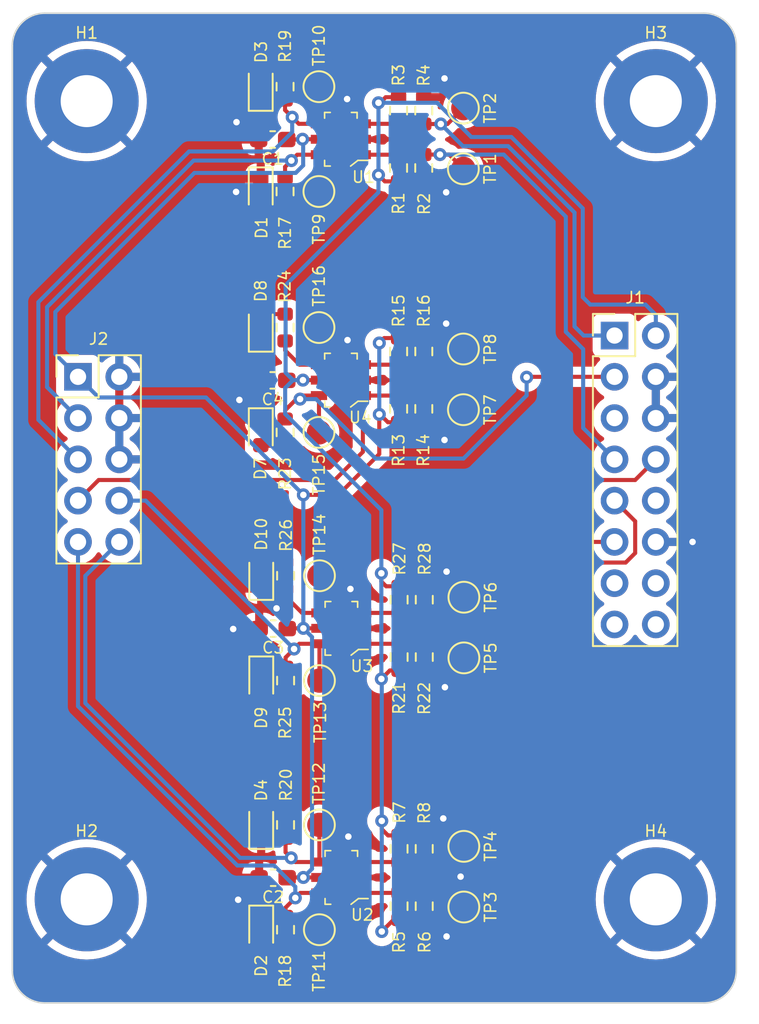
<source format=kicad_pcb>
(kicad_pcb (version 20221018) (generator pcbnew)
  (layers (0 "F.Cu" signal) (31 "B.Cu" signal) (34 "B.Paste" user) (35 "F.Paste" user) (36 "B.SilkS" user "B.Silkscreen") (37 "F.SilkS" user "F.Silkscreen") (38 "B.Mask" user) (39 "F.Mask" user) (44 "Edge.Cuts" user))
  (net 0 "")
  (net 1 "+3V3")
  (net 2 "GND")
  (net 3 "+5V")
  (net 4 "Net-(D1-A)")
  (net 5 "Net-(D2-A)")
  (net 6 "Net-(D3-A)")
  (net 7 "Net-(D4-A)")
  (net 8 "Net-(D7-A)")
  (net 9 "Net-(D8-A)")
  (net 10 "Net-(D9-A)")
  (net 11 "Net-(D10-A)")
  (net 12 "/CH2_5V")
  (net 13 "/CH7_5V")
  (net 15 "/CH1_5V")
  (net 16 "/CH5_5V")
  (net 17 "/CH3_5V")
  (net 19 "/CH4_5V")
  (net 24 "/CH1_3V3")
  (net 25 "/CH2_3V3")
  (net 26 "/CH7_3V3")
  (net 27 "/CH5_3V3")
  (net 28 "/CH3_3V3")
  (net 29 "/CH4_3V3")
  (net 30 "/CH8_3V3")
  (net 31 "/CH8_5V")
  (net 32 "/CH6_3V3")
  (net 33 "/CH6_5V")
  (footprint "LED_SMD:LED_0603_1608Metric" (layer "F.Cu") (at 133.7272 97.4496 -90)
    (fp_text reference "D7")
    (fp_text value "LED" hide)
  )
  (footprint "Resistor_SMD:R_0603_1608Metric" (layer "F.Cu") (at 135.255 112.7252 -90)
    (fp_text reference "R25")
    (fp_text value "1k" hide)
  )
  (footprint "digikey-footprints:SOT-23-6" (layer "F.Cu") (at 138.6548 79.4106 90)
    (fp_text reference "U1")
    (fp_text value "SN74LVC2G17DBVR" hide)
  )
  (footprint "LED_SMD:LED_0603_1608Metric" (layer "F.Cu") (at 133.7564 112.7252 -90)
    (fp_text reference "D9")
    (fp_text value "LED" hide)
  )
  (footprint "TestPoint:TestPoint_Pad_D1.5mm" (layer "F.Cu") (at 137.3048 82.6262 90)
    (fp_text reference "TP9")
    (fp_text value "TestPoint" hide)
  )
  (footprint "Resistor_SMD:R_0603_1608Metric" (layer "F.Cu") (at 143.7894 107.7468 90)
    (fp_text reference "R28")
    (fp_text value "10k" hide)
  )
  (footprint "TestPoint:TestPoint_Pad_D1.5mm" (layer "F.Cu") (at 146.224 122.9258 -90)
    (fp_text reference "TP4")
    (fp_text value "TestPoint" hide)
  )
  (footprint "Resistor_SMD:R_0603_1608Metric" (layer "F.Cu") (at 135.2512 128.0566 -90)
    (fp_text reference "R18")
    (fp_text value "1k" hide)
  )
  (footprint "TestPoint:TestPoint_Pad_D1.5mm" (layer "F.Cu") (at 137.334 121.605 90)
    (fp_text reference "TP12")
    (fp_text value "TestPoint" hide)
  )
  (footprint "TestPoint:TestPoint_Pad_D1.5mm" (layer "F.Cu") (at 146.1986 92.3188 -90)
    (fp_text reference "TP8")
    (fp_text value "TestPoint" hide)
  )
  (footprint "Capacitor_SMD:C_0603_1608Metric_Pad1.08x0.95mm_HandSolder" (layer "F.Cu") (at 134.4638 94.2492 180)
    (fp_text reference "C4")
    (fp_text value "0.1uF" hide)
  )
  (footprint "Resistor_SMD:R_0603_1608Metric" (layer "F.Cu") (at 135.2512 121.605 90)
    (fp_text reference "R20")
    (fp_text value "1k" hide)
  )
  (footprint "Resistor_SMD:R_0603_1608Metric" (layer "F.Cu") (at 142.207 77.6478 -90)
    (fp_text reference "R3")
    (fp_text value "10k" hide)
  )
  (footprint "Resistor_SMD:R_0603_1608Metric" (layer "F.Cu") (at 135.255 106.2736 90)
    (fp_text reference "R26")
    (fp_text value "1k" hide)
  )
  (footprint "TestPoint:TestPoint_Pad_D1.5mm" (layer "F.Cu") (at 146.2278 107.5944 -90)
    (fp_text reference "TP6")
    (fp_text value "TestPoint" hide)
  )
  (footprint "TestPoint:TestPoint_Pad_D1.5mm" (layer "F.Cu") (at 137.3378 112.7252 90)
    (fp_text reference "TP13")
    (fp_text value "TestPoint" hide)
  )
  (footprint "MountingHole:MountingHole_3.2mm_M3_Pad" (layer "F.Cu") (at 123.0122 77.0636)
    (fp_text reference "H1")
    (fp_text value "MountingHole_Pad" hide)
  )
  (footprint "Resistor_SMD:R_0603_1608Metric" (layer "F.Cu") (at 142.2108 96.0018 90)
    (fp_text reference "R13")
    (fp_text value "10k" hide)
  )
  (footprint "LED_SMD:LED_0603_1608Metric" (layer "F.Cu") (at 133.7234 76.1746 90)
    (fp_text reference "D3")
    (fp_text value "LED" hide)
  )
  (footprint "LED_SMD:LED_0603_1608Metric" (layer "F.Cu") (at 133.7234 82.6262 -90)
    (fp_text reference "D1")
    (fp_text value "LED" hide)
  )
  (footprint "Resistor_SMD:R_0603_1608Metric" (layer "F.Cu") (at 142.24 107.7468 -90)
    (fp_text reference "R27")
    (fp_text value "10k" hide)
  )
  (footprint "Resistor_SMD:R_0603_1608Metric" (layer "F.Cu") (at 143.7856 126.6088 -90)
    (fp_text reference "R6")
    (fp_text value "10k" hide)
  )
  (footprint "MountingHole:MountingHole_3.2mm_M3_Pad" (layer "F.Cu") (at 158.0388 77.0636)
    (fp_text reference "H3")
    (fp_text value "MountingHole_Pad" hide)
  )
  (footprint "MountingHole:MountingHole_3.2mm_M3_Pad" (layer "F.Cu") (at 123.0122 126.1872)
    (fp_text reference "H2")
    (fp_text value "MountingHole_Pad" hide)
  )
  (footprint "Connector_PinHeader_2.54mm:PinHeader_2x08_P2.54mm_Vertical" (layer "F.Cu") (at 155.4988 91.4908)
    (fp_text reference "J1")
    (fp_text value "Aurix Starter Kit Pinout" hide)
  )
  (footprint "Resistor_SMD:R_0603_1608Metric" (layer "F.Cu") (at 143.7856 123.0782 90)
    (fp_text reference "R8")
    (fp_text value "10k" hide)
  )
  (footprint "digikey-footprints:SOT-23-6" (layer "F.Cu") (at 138.6878 109.5096 90)
    (fp_text reference "U3")
    (fp_text value "SN74LVC2G17DBVR" hide)
  )
  (footprint "Resistor_SMD:R_0603_1608Metric" (layer "F.Cu") (at 142.24 111.2774 90)
    (fp_text reference "R21")
    (fp_text value "10k" hide)
  )
  (footprint "Resistor_SMD:R_0603_1608Metric" (layer "F.Cu") (at 143.7602 92.4712 90)
    (fp_text reference "R16")
    (fp_text value "10k" hide)
  )
  (footprint "Resistor_SMD:R_0603_1608Metric" (layer "F.Cu") (at 143.7894 111.2774 -90)
    (fp_text reference "R22")
    (fp_text value "10k" hide)
  )
  (footprint "Resistor_SMD:R_0603_1608Metric" (layer "F.Cu") (at 143.7564 81.1784 -90)
    (fp_text reference "R2")
    (fp_text value "10k" hide)
  )
  (footprint "Resistor_SMD:R_0603_1608Metric" (layer "F.Cu") (at 142.2362 126.6088 90)
    (fp_text reference "R5")
    (fp_text value "10k" hide)
  )
  (footprint "Capacitor_SMD:C_0603_1608Metric_Pad1.08x0.95mm_HandSolder" (layer "F.Cu") (at 134.493 109.5248 180)
    (fp_text reference "C3")
    (fp_text value "0.1uF" hide)
  )
  (footprint "TestPoint:TestPoint_Pad_D1.5mm" (layer "F.Cu") (at 137.3048 76.1746 90)
    (fp_text reference "TP10")
    (fp_text value "TestPoint" hide)
  )
  (footprint "TestPoint:TestPoint_Pad_D1.5mm" (layer "F.Cu") (at 137.334 128.0566 90)
    (fp_text reference "TP11")
    (fp_text value "TestPoint" hide)
  )
  (footprint "Resistor_SMD:R_0603_1608Metric" (layer "F.Cu") (at 135.222 76.1746 90)
    (fp_text reference "R19")
    (fp_text value "1k" hide)
  )
  (footprint "Resistor_SMD:R_0603_1608Metric" (layer "F.Cu") (at 142.2108 92.4712 -90)
    (fp_text reference "R15")
    (fp_text value "10k" hide)
  )
  (footprint "Resistor_SMD:R_0603_1608Metric" (layer "F.Cu") (at 142.207 81.1784 90)
    (fp_text reference "R1")
    (fp_text value "10k" hide)
  )
  (footprint "TestPoint:TestPoint_Pad_D1.5mm" (layer "F.Cu") (at 137.3378 106.2736 90)
    (fp_text reference "TP14")
    (fp_text value "TestPoint" hide)
  )
  (footprint "TestPoint:TestPoint_Pad_D1.5mm" (layer "F.Cu") (at 146.224 126.6596 -90)
    (fp_text reference "TP3")
    (fp_text value "TestPoint" hide)
  )
  (footprint "TestPoint:TestPoint_Pad_D1.5mm" (layer "F.Cu") (at 146.1948 81.2292 -90)
    (fp_text reference "TP1")
    (fp_text value "TestPoint" hide)
  )
  (footprint "Capacitor_SMD:C_0603_1608Metric_Pad1.08x0.95mm_HandSolder" (layer "F.Cu") (at 134.46 79.4258 180)
    (fp_text reference "C1")
    (fp_text value "0.1uF" hide)
  )
  (footprint "LED_SMD:LED_0603_1608Metric" (layer "F.Cu") (at 133.7526 128.0566 -90)
    (fp_text reference "D2")
    (fp_text value "LED" hide)
  )
  (footprint "TestPoint:TestPoint_Pad_D1.5mm" (layer "F.Cu") (at 146.1948 77.4954 -90)
    (fp_text reference "TP2")
    (fp_text value "TestPoint" hide)
  )
  (footprint "Connector_PinHeader_2.54mm:PinHeader_2x05_P2.54mm_Vertical" (layer "F.Cu") (at 122.4788 94.0308)
    (fp_text reference "J2")
    (fp_text value "Tag Connect Pinout" hide)
  )
  (footprint "Resistor_SMD:R_0603_1608Metric" (layer "F.Cu") (at 135.2258 90.998 90)
    (fp_text reference "R24")
    (fp_text value "1k" hide)
  )
  (footprint "digikey-footprints:SOT-23-6" (layer "F.Cu") (at 138.6586 94.234 90)
    (fp_text reference "U4")
    (fp_text value "SN74LVC2G17DBVR" hide)
  )
  (footprint "MountingHole:MountingHole_3.2mm_M3_Pad" (layer "F.Cu") (at 158.0388 126.1872)
    (fp_text reference "H4")
    (fp_text value "MountingHole_Pad" hide)
  )
  (footprint "TestPoint:TestPoint_Pad_D1.5mm" (layer "F.Cu") (at 137.3086 97.4496 90)
    (fp_text reference "TP15")
    (fp_text value "TestPoint" hide)
  )
  (footprint "Resistor_SMD:R_0603_1608Metric" (layer "F.Cu") (at 135.2258 97.4496 -90)
    (fp_text reference "R23")
    (fp_text value "1k" hide)
  )
  (footprint "TestPoint:TestPoint_Pad_D1.5mm" (layer "F.Cu") (at 137.3086 90.998 90)
    (fp_text reference "TP16")
    (fp_text value "TestPoint" hide)
  )
  (footprint "LED_SMD:LED_0603_1608Metric" (layer "F.Cu") (at 133.7272 90.998 90)
    (fp_text reference "D8")
    (fp_text value "LED" hide)
  )
  (footprint "LED_SMD:LED_0603_1608Metric" (layer "F.Cu") (at 133.7564 106.2736 90)
    (fp_text reference "D10")
    (fp_text value "LED" hide)
  )
  (footprint "Capacitor_SMD:C_0603_1608Metric_Pad1.08x0.95mm_HandSolder" (layer "F.Cu") (at 134.4892 124.8562 180)
    (fp_text reference "C2")
    (fp_text value "0.1uF" hide)
  )
  (footprint "TestPoint:TestPoint_Pad_D1.5mm" (layer "F.Cu") (at 146.1986 96.0526 -90)
    (fp_text reference "TP7")
    (fp_text value "TestPoint" hide)
  )
  (footprint "LED_SMD:LED_0603_1608Metric" (layer "F.Cu") (at 133.7526 121.605 90)
    (fp_text reference "D4")
    (fp_text value "LED" hide)
  )
  (footprint "digikey-footprints:SOT-23-6" (layer "F.Cu") (at 138.684 124.841 90)
    (fp_text reference "U2")
    (fp_text value "SN74LVC2G17DBVR" hide)
  )
  (footprint "Resistor_SMD:R_0603_1608Metric" (layer "F.Cu") (at 143.7564 77.6478 90)
    (fp_text reference "R4")
    (fp_text value "10k" hide)
  )
  (footprint "Resistor_SMD:R_0603_1608Metric" (layer "F.Cu") (at 142.2362 123.0782 -90)
    (fp_text reference "R7")
    (fp_text value "10k" hide)
  )
  (footprint "TestPoint:TestPoint_Pad_D1.5mm" (layer "F.Cu") (at 146.2278 111.3282 -90)
    (fp_text reference "TP5")
    (fp_text value "TestPoint" hide)
  )
  (footprint "Resistor_SMD:R_0603_1608Metric" (layer "F.Cu") (at 143.7602 96.0018 -90)
    (fp_text reference "R14")
    (fp_text value "10k" hide)
  )
  (footprint "Resistor_SMD:R_0603_1608Metric" (layer "F.Cu") (at 135.222 82.6262 -90)
    (fp_text reference "R17")
    (fp_text value "1k" hide)
  )
  (gr_line (start 118.4402 130.5626) (end 118.4402 73.6534) (stroke (width 0.1)) (layer "Edge.Cuts"))
  (gr_arc (start 162.9918 130.5626) (mid 162.406014 131.976814) (end 160.9918 132.5626) (stroke (width 0.1)) (layer "Edge.Cuts"))
  (gr_line (start 162.9918 73.6534) (end 162.9918 130.5626) (stroke (width 0.1)) (layer "Edge.Cuts"))
  (gr_arc (start 160.9918 71.6534) (mid 162.406014 72.239186) (end 162.9918 73.6534) (stroke (width 0.1)) (layer "Edge.Cuts"))
  (gr_line (start 120.4402 71.6534) (end 160.9918 71.6534) (stroke (width 0.1)) (layer "Edge.Cuts"))
  (gr_line (start 160.9918 132.5626) (end 120.4402 132.5626) (stroke (width 0.1)) (layer "Edge.Cuts"))
  (gr_arc (start 120.4402 132.5626) (mid 119.025986 131.976814) (end 118.4402 130.5626) (stroke (width 0.1)) (layer "Edge.Cuts"))
  (gr_arc (start 118.4402 73.6534) (mid 119.025986 72.239186) (end 120.4402 71.6534) (stroke (width 0.1)) (layer "Edge.Cuts"))
  (segment (start 136.3472 101.2952) (end 138.5062 101.2952) (width 0.25) (layer "F.Cu") (net 1))
  (segment (start 137.334 124.841) (end 136.3472 124.841) (width 0.25) (layer "F.Cu") (net 1))
  (segment (start 141.0208 96.3422) (end 141.0676 96.3422) (width 0.25) (layer "F.Cu") (net 1))
  (segment (start 141.0208 98.7806) (end 141.0208 96.3422) (width 0.25) (layer "F.Cu") (net 1))
  (segment (start 135.3555 109.5248) (end 135.3707 109.5096) (width 0.25) (layer "F.Cu") (net 1))
  (segment (start 138.5062 101.2952) (end 141.0208 98.7806) (width 0.25) (layer "F.Cu") (net 1))
  (segment (start 141.0676 96.3422) (end 141.5522 96.8268) (width 0.25) (layer "F.Cu") (net 1))
  (segment (start 141.5522 96.8268) (end 142.2108 96.8268) (width 0.25) (layer "F.Cu") (net 1))
  (segment (start 137.3378 109.5096) (end 136.3472 109.5096) (width 0.25) (layer "F.Cu") (net 1))
  (segment (start 136.2812 79.4258) (end 136.2964 79.4106) (width 0.25) (layer "F.Cu") (net 1))
  (segment (start 135.3669 124.841) (end 136.3472 124.841) (width 0.25) (layer "F.Cu") (net 1))
  (segment (start 135.3517 124.8562) (end 135.3669 124.841) (width 0.25) (layer "F.Cu") (net 1))
  (segment (start 141.0208 91.948) (end 141.3226 91.6462) (width 0.25) (layer "F.Cu") (net 1))
  (segment (start 135.3707 109.5096) (end 136.3472 109.5096) (width 0.25) (layer "F.Cu") (net 1))
  (segment (start 137.3048 79.4106) (end 136.2964 79.4106) (width 0.25) (layer "F.Cu") (net 1))
  (segment (start 135.3225 79.4258) (end 136.2812 79.4258) (width 0.25) (layer "F.Cu") (net 1))
  (segment (start 141.3226 91.6462) (end 142.2108 91.6462) (width 0.25) (layer "F.Cu") (net 1))
  (via (at 141.0208 91.948) (size 0.8) (drill 0.4) (layers "F.Cu" "B.Cu") (net 1))
  (via (at 141.0208 96.3422) (size 0.8) (drill 0.4) (layers "F.Cu" "B.Cu") (net 1))
  (via (at 136.3472 124.841) (size 0.8) (drill 0.4) (layers "F.Cu" "B.Cu") (net 1))
  (via (at 136.2964 79.4106) (size 0.8) (drill 0.4) (layers "F.Cu" "B.Cu") (net 1))
  (via (at 136.3472 101.2952) (size 0.8) (drill 0.4) (layers "F.Cu" "B.Cu") (net 1))
  (via (at 136.3472 109.5096) (size 0.8) (drill 0.4) (layers "F.Cu" "B.Cu") (net 1))
  (segment (start 141.0208 96.3422) (end 141.0208 91.948) (width 0.25) (layer "B.Cu") (net 1))
  (segment (start 136.2964 79.4106) (end 136.3356 79.4498) (width 0.25) (layer "B.Cu") (net 1))
  (segment (start 136.8806 124.3076) (end 136.8806 110.043) (width 0.25) (layer "B.Cu") (net 1))
  (segment (start 136.3472 124.841) (end 136.8806 124.3076) (width 0.25) (layer "B.Cu") (net 1))
  (segment (start 136.8806 110.043) (end 136.3472 109.5096) (width 0.25) (layer "B.Cu") (net 1))
  (segment (start 136.3356 81.021505) (end 135.873905 81.4832) (width 0.25) (layer "B.Cu") (net 1))
  (segment (start 135.873905 81.4832) (end 129.6416 81.4832) (width 0.25) (layer "B.Cu") (net 1))
  (segment (start 136.3472 101.2952) (end 130.3528 95.3008) (width 0.25) (layer "B.Cu") (net 1))
  (segment (start 129.6416 81.4832) (end 121.0818 90.043) (width 0.25) (layer "B.Cu") (net 1))
  (segment (start 136.3356 79.4498) (end 136.3356 81.021505) (width 0.25) (layer "B.Cu") (net 1))
  (segment (start 121.0818 90.043) (end 121.0818 92.6338) (width 0.25) (layer "B.Cu") (net 1))
  (segment (start 136.3472 109.5096) (end 136.3472 101.2952) (width 0.25) (layer "B.Cu") (net 1))
  (segment (start 121.0818 92.6338) (end 122.4788 94.0308) (width 0.25) (layer "B.Cu") (net 1))
  (segment (start 123.7488 95.3008) (end 122.4788 94.0308) (width 0.25) (layer "B.Cu") (net 1))
  (segment (start 130.3528 95.3008) (end 123.7488 95.3008) (width 0.25) (layer "B.Cu") (net 1))
  (segment (start 158.0388 104.1908) (end 160.2994 104.1908) (width 0.25) (layer "F.Cu") (net 2))
  (via (at 145.161 128.4732) (size 0.8) (drill 0.4) (layers "F.Cu" "B.Cu") (net 2))
  (via (at 145.1356 90.7542) (size 0.8) (drill 0.4) (layers "F.Cu" "B.Cu") (net 2))
  (via (at 132.2324 78.359) (size 0.8) (drill 0.4) (layers "F.Cu" "B.Cu") (net 2))
  (via (at 160.2994 104.1908) (size 0.8) (drill 0.4) (layers "F.Cu" "B.Cu") (net 2))
  (via (at 139.2428 107.0864) (size 0.8) (drill 0.4) (layers "F.Cu" "B.Cu") (net 2))
  (via (at 132.0292 109.5502) (size 0.8) (drill 0.4) (layers "F.Cu" "B.Cu") (net 2))
  (via (at 132.4102 95.4532) (size 0.8) (drill 0.4) (layers "F.Cu" "B.Cu") (net 2))
  (via (at 134.6962 108.2802) (size 0.8) (drill 0.4) (layers "F.Cu" "B.Cu") (net 2))
  (via (at 132.207 82.6516) (size 0.8) (drill 0.4) (layers "F.Cu" "B.Cu") (net 2))
  (via (at 132.334 126.2126) (size 0.8) (drill 0.4) (layers "F.Cu" "B.Cu") (net 2))
  (via (at 139.065 91.7702) (size 0.8) (drill 0.4) (layers "F.Cu" "B.Cu") (net 2))
  (via (at 145.0594 113.1316) (size 0.8) (drill 0.4) (layers "F.Cu" "B.Cu") (net 2))
  (via (at 145.1356 82.677) (size 0.8) (drill 0.4) (layers "F.Cu" "B.Cu") (net 2))
  (via (at 146.0246 124.7902) (size 0.8) (drill 0.4) (layers "F.Cu" "B.Cu") (net 2))
  (via (at 145.034 75.6666) (size 0.8) (drill 0.4) (layers "F.Cu" "B.Cu") (net 2))
  (via (at 145.161 106.0196) (size 0.8) (drill 0.4) (layers "F.Cu" "B.Cu") (net 2))
  (via (at 145.034 97.917) (size 0.8) (drill 0.4) (layers "F.Cu" "B.Cu") (net 2))
  (via (at 139.1158 122.3264) (size 0.8) (drill 0.4) (layers "F.Cu" "B.Cu") (net 2))
  (via (at 139.0396 76.9366) (size 0.8) (drill 0.4) (layers "F.Cu" "B.Cu") (net 2))
  (via (at 144.9578 121.2088) (size 0.8) (drill 0.4) (layers "F.Cu" "B.Cu") (net 2))
  (segment (start 141.1478 106.1212) (end 141.1478 106.6292) (width 0.25) (layer "F.Cu") (net 3))
  (segment (start 141.9078 127.4338) (end 141.1732 128.1684) (width 0.25) (layer "F.Cu") (net 3))
  (segment (start 141.1732 121.8692) (end 141.5572 122.2532) (width 0.25) (layer "F.Cu") (net 3))
  (segment (start 141.5572 122.2532) (end 142.2362 122.2532) (width 0.25) (layer "F.Cu") (net 3))
  (segment (start 141.415 76.8228) (end 142.207 76.8228) (width 0.25) (layer "F.Cu") (net 3))
  (segment (start 141.1478 106.6292) (end 141.4404 106.9218) (width 0.25) (layer "F.Cu") (net 3))
  (segment (start 142.24 112.1024) (end 141.669 112.1024) (width 0.25) (layer "F.Cu") (net 3))
  (segment (start 141.669 112.1024) (end 141.1478 112.6236) (width 0.25) (layer "F.Cu") (net 3))
  (segment (start 137.3086 94.234) (end 136.3218 94.234) (width 0.25) (layer "F.Cu") (net 3))
  (segment (start 141.0726 77.1652) (end 141.415 76.8228) (width 0.25) (layer "F.Cu") (net 3))
  (segment (start 141.3632 82.0034) (end 142.207 82.0034) (width 0.25) (layer "F.Cu") (net 3))
  (segment (start 141.4404 106.9218) (end 142.24 106.9218) (width 0.25) (layer "F.Cu") (net 3))
  (segment (start 140.97 77.1652) (end 141.0726 77.1652) (width 0.25) (layer "F.Cu") (net 3))
  (segment (start 142.2362 127.4338) (end 141.9078 127.4338) (width 0.25) (layer "F.Cu") (net 3))
  (segment (start 141.1732 121.3612) (end 141.1732 121.8692) (width 0.25) (layer "F.Cu") (net 3))
  (segment (start 136.3218 94.234) (end 135.3415 94.234) (width 0.25) (layer "F.Cu") (net 3))
  (segment (start 135.3415 94.234) (end 135.3263 94.2492) (width 0.25) (layer "F.Cu") (net 3))
  (segment (start 140.97 81.6102) (end 141.3632 82.0034) (width 0.25) (layer "F.Cu") (net 3))
  (via (at 140.97 81.6102) (size 0.8) (drill 0.4) (layers "F.Cu" "B.Cu") (net 3))
  (via (at 141.1732 128.1684) (size 0.8) (drill 0.4) (layers "F.Cu" "B.Cu") (net 3))
  (via (at 141.1478 106.1212) (size 0.8) (drill 0.4) (layers "F.Cu" "B.Cu") (net 3))
  (via (at 141.1732 121.3612) (size 0.8) (drill 0.4) (layers "F.Cu" "B.Cu") (net 3))
  (via (at 140.97 77.1652) (size 0.8) (drill 0.4) (layers "F.Cu" "B.Cu") (net 3))
  (via (at 136.3218 94.234) (size 0.8) (drill 0.4) (layers "F.Cu" "B.Cu") (net 3))
  (via (at 141.1478 112.6236) (size 0.8) (drill 0.4) (layers "F.Cu" "B.Cu") (net 3))
  (segment (start 158.0388 90.2208) (end 158.0388 91.4908) (width 0.25) (layer "B.Cu") (net 3))
  (segment (start 141.1478 102.235) (end 135.2296 96.3168) (width 0.25) (layer "B.Cu") (net 3))
  (segment (start 135.2296 96.3168) (end 135.2296 94.7166) (width 0.25) (layer "B.Cu") (net 3))
  (segment (start 141.1732 112.649) (end 141.1478 112.6236) (width 0.25) (layer "B.Cu") (net 3))
  (segment (start 135.255 88.392) (end 135.255 93.7768) (width 0.25) (layer "B.Cu") (net 3))
  (segment (start 146.685 79.2734) (end 149.1488 79.2734) (width 0.25) (layer "B.Cu") (net 3))
  (segment (start 141.1732 128.1684) (end 141.1732 121.3612) (width 0.25) (layer "B.Cu") (net 3))
  (segment (start 140.97 81.6102) (end 140.97 77.1652) (width 0.25) (layer "B.Cu") (net 3))
  (segment (start 140.97 81.6102) (end 140.97 82.677) (width 0.25) (layer "B.Cu") (net 3))
  (segment (start 140.97 77.1652) (end 144.5768 77.1652) (width 0.25) (layer "B.Cu") (net 3))
  (segment (start 136.3218 94.234) (end 135.7122 94.234) (width 0.25) (layer "B.Cu") (net 3))
  (segment (start 135.2296 94.7166) (end 135.7122 94.234) (width 0.25) (layer "B.Cu") (net 3))
  (segment (start 149.1488 79.2734) (end 153.543 83.6676) (width 0.25) (layer "B.Cu") (net 3))
  (segment (start 153.543 83.6676) (end 153.543 89.1286) (width 0.25) (layer "B.Cu") (net 3))
  (segment (start 135.255 93.7768) (end 135.7122 94.234) (width 0.25) (layer "B.Cu") (net 3))
  (segment (start 140.97 82.677) (end 135.255 88.392) (width 0.25) (layer "B.Cu") (net 3))
  (segment (start 141.1732 121.3612) (end 141.1732 112.649) (width 0.25) (layer "B.Cu") (net 3))
  (segment (start 144.5768 77.1652) (end 146.685 79.2734) (width 0.25) (layer "B.Cu") (net 3))
  (segment (start 153.543 89.1286) (end 154.0002 89.5858) (width 0.25) (layer "B.Cu") (net 3))
  (segment (start 157.4038 89.5858) (end 158.0388 90.2208) (width 0.25) (layer "B.Cu") (net 3))
  (segment (start 141.1478 106.1212) (end 141.1478 102.235) (width 0.25) (layer "B.Cu") (net 3))
  (segment (start 141.1478 112.6236) (end 141.1478 106.1212) (width 0.25) (layer "B.Cu") (net 3))
  (segment (start 154.0002 89.5858) (end 157.4038 89.5858) (width 0.25) (layer "B.Cu") (net 3))
  (segment (start 135.222 83.4512) (end 133.7609 83.4512) (width 0.25) (layer "F.Cu") (net 4))
  (segment (start 133.7609 83.4512) (end 133.7234 83.4137) (width 0.25) (layer "F.Cu") (net 4))
  (segment (start 133.7901 128.8816) (end 133.7526 128.8441) (width 0.25) (layer "F.Cu") (net 5))
  (segment (start 135.2512 128.8816) (end 133.7901 128.8816) (width 0.25) (layer "F.Cu") (net 5))
  (segment (start 135.222 75.3496) (end 133.7609 75.3496) (width 0.25) (layer "F.Cu") (net 6))
  (segment (start 133.7609 75.3496) (end 133.7234 75.3871) (width 0.25) (layer "F.Cu") (net 6))
  (segment (start 135.2512 120.78) (end 133.7901 120.78) (width 0.25) (layer "F.Cu") (net 7))
  (segment (start 133.7901 120.78) (end 133.7526 120.8175) (width 0.25) (layer "F.Cu") (net 7))
  (segment (start 133.7647 98.2746) (end 133.7272 98.2371) (width 0.25) (layer "F.Cu") (net 8))
  (segment (start 135.2258 98.2746) (end 133.7647 98.2746) (width 0.25) (layer "F.Cu") (net 8))
  (segment (start 133.7647 90.173) (end 133.7272 90.2105) (width 0.25) (layer "F.Cu") (net 9))
  (segment (start 135.2258 90.173) (end 133.7647 90.173) (width 0.25) (layer "F.Cu") (net 9))
  (segment (start 133.7939 113.5502) (end 133.7564 113.5127) (width 0.25) (layer "F.Cu") (net 10))
  (segment (start 135.255 113.5502) (end 133.7939 113.5502) (width 0.25) (layer "F.Cu") (net 10))
  (segment (start 135.2175 105.4861) (end 135.255 105.4486) (width 0.25) (layer "F.Cu") (net 11))
  (segment (start 133.7564 105.4861) (end 135.2175 105.4861) (width 0.25) (layer "F.Cu") (net 11))
  (segment (start 144.8054 78.4728) (end 145.2174 78.4728) (width 0.25) (layer "F.Cu") (net 12))
  (segment (start 142.207 78.4728) (end 143.7564 78.4728) (width 0.25) (layer "F.Cu") (net 12))
  (segment (start 142.1948 78.4606) (end 142.207 78.4728) (width 0.25) (layer "F.Cu") (net 12))
  (segment (start 145.2174 78.4728) (end 146.1948 77.4954) (width 0.25) (layer "F.Cu") (net 12))
  (segment (start 143.7564 78.4728) (end 144.8054 78.4728) (width 0.25) (layer "F.Cu") (net 12))
  (segment (start 140.0048 78.4606) (end 142.1948 78.4606) (width 0.25) (layer "F.Cu") (net 12))
  (via (at 144.8054 78.4728) (size 0.8) (drill 0.4) (layers "F.Cu" "B.Cu") (net 12))
  (segment (start 146.1648 79.8322) (end 148.9456 79.8322) (width 0.25) (layer "B.Cu") (net 12))
  (segment (start 153.5938 91.4908) (end 155.4988 91.4908) (width 0.25) (layer "B.Cu") (net 12))
  (segment (start 148.9456 79.8322) (end 153.035 83.9216) (width 0.25) (layer "B.Cu") (net 12))
  (segment (start 144.8054 78.4728) (end 146.1648 79.8322) (width 0.25) (layer "B.Cu") (net 12))
  (segment (start 153.035 83.9216) (end 153.035 90.932) (width 0.25) (layer "B.Cu") (net 12))
  (segment (start 153.035 90.932) (end 153.5938 91.4908) (width 0.25) (layer "B.Cu") (net 12))
  (segment (start 136.144 95.4024) (end 135.9154 95.4024) (width 0.25) (layer "F.Cu") (net 13))
  (segment (start 135.2258 96.092) (end 135.2258 96.6246) (width 0.25) (layer "F.Cu") (net 13))
  (segment (start 136.144 95.4024) (end 136.3624 95.184) (width 0.25) (layer "F.Cu") (net 13))
  (segment (start 136.3624 95.184) (end 137.3086 95.184) (width 0.25) (layer "F.Cu") (net 13))
  (segment (start 150.0886 94.0562) (end 150.114 94.0308) (width 0.25) (layer "F.Cu") (net 13))
  (segment (start 150.114 94.0308) (end 155.4988 94.0308) (width 0.25) (layer "F.Cu") (net 13))
  (segment (start 135.9154 95.4024) (end 135.2258 96.092) (width 0.25) (layer "F.Cu") (net 13))
  (segment (start 137.3086 95.184) (end 137.3086 97.4496) (width 0.25) (layer "F.Cu") (net 13))
  (via (at 150.0886 94.0562) (size 0.8) (drill 0.4) (layers "F.Cu" "B.Cu") (net 13))
  (via (at 136.144 95.4024) (size 0.8) (drill 0.4) (layers "F.Cu" "B.Cu") (net 13))
  (segment (start 150.0886 95.1738) (end 146.2024 99.06) (width 0.25) (layer "B.Cu") (net 13))
  (segment (start 150.0886 94.0562) (end 150.0886 95.1738) (width 0.25) (layer "B.Cu") (net 13))
  (segment (start 137.1346 95.4024) (end 136.144 95.4024) (width 0.25) (layer "B.Cu") (net 13))
  (segment (start 140.7922 99.06) (end 137.1346 95.4024) (width 0.25) (layer "B.Cu") (net 13))
  (segment (start 146.2024 99.06) (end 140.7922 99.06) (width 0.25) (layer "B.Cu") (net 13))
  (segment (start 143.7564 80.3534) (end 144.7546 80.3534) (width 0.25) (layer "F.Cu") (net 15))
  (segment (start 140.0048 80.3606) (end 142.1998 80.3606) (width 0.25) (layer "F.Cu") (net 15))
  (segment (start 142.1998 80.3606) (end 142.207 80.3534) (width 0.25) (layer "F.Cu") (net 15))
  (segment (start 145.319 80.3534) (end 146.1948 81.2292) (width 0.25) (layer "F.Cu") (net 15))
  (segment (start 142.207 80.3534) (end 143.7564 80.3534) (width 0.25) (layer "F.Cu") (net 15))
  (segment (start 144.7546 80.3534) (end 145.319 80.3534) (width 0.25) (layer "F.Cu") (net 15))
  (via (at 144.7546 80.3534) (size 0.8) (drill 0.4) (layers "F.Cu" "B.Cu") (net 15))
  (segment (start 144.7546 80.3534) (end 148.6794 80.3534) (width 0.25) (layer "B.Cu") (net 15))
  (segment (start 153.5684 92.329) (end 153.5684 97.1804) (width 0.25) (layer "B.Cu") (net 15))
  (segment (start 148.6794 80.3534) (end 152.5016 84.1756) (width 0.25) (layer "B.Cu") (net 15))
  (segment (start 153.5684 97.1804) (end 155.4988 99.1108) (width 0.25) (layer "B.Cu") (net 15))
  (segment (start 152.5016 91.2622) (end 153.5684 92.329) (width 0.25) (layer "B.Cu") (net 15))
  (segment (start 152.5016 84.1756) (end 152.5016 91.2622) (width 0.25) (layer "B.Cu") (net 15))
  (segment (start 146.2278 111.3282) (end 148.9964 108.5596) (width 0.25) (layer "F.Cu") (net 16))
  (segment (start 142.2328 110.4596) (end 142.24 110.4524) (width 0.25) (layer "F.Cu") (net 16))
  (segment (start 143.7894 110.4524) (end 145.352 110.4524) (width 0.25) (layer "F.Cu") (net 16))
  (segment (start 148.9964 104.9274) (end 153.543 100.3808) (width 0.25) (layer "F.Cu") (net 16))
  (segment (start 153.543 100.3808) (end 156.7688 100.3808) (width 0.25) (layer "F.Cu") (net 16))
  (segment (start 156.7688 100.3808) (end 158.0388 99.1108) (width 0.25) (layer "F.Cu") (net 16))
  (segment (start 142.24 110.4524) (end 143.7894 110.4524) (width 0.25) (layer "F.Cu") (net 16))
  (segment (start 140.0378 110.4596) (end 142.2328 110.4596) (width 0.25) (layer "F.Cu") (net 16))
  (segment (start 145.352 110.4524) (end 146.2278 111.3282) (width 0.25) (layer "F.Cu") (net 16))
  (segment (start 148.9964 108.5596) (end 148.9964 104.9274) (width 0.25) (layer "F.Cu") (net 16))
  (segment (start 153.6192 105.4608) (end 152.9516 106.1284) (width 0.25) (layer "F.Cu") (net 17))
  (segment (start 156.1846 105.4608) (end 153.6192 105.4608) (width 0.25) (layer "F.Cu") (net 17))
  (segment (start 140.034 125.791) (end 142.229 125.791) (width 0.25) (layer "F.Cu") (net 17))
  (segment (start 152.9516 109.532) (end 146.7104 115.7732) (width 0.25) (layer "F.Cu") (net 17))
  (segment (start 146.7104 115.7732) (end 146.7104 121.3358) (width 0.25) (layer "F.Cu") (net 17))
  (segment (start 147.6502 122.2756) (end 147.6502 125.222) (width 0.25) (layer "F.Cu") (net 17))
  (segment (start 142.229 125.791) (end 142.2362 125.7838) (width 0.25) (layer "F.Cu") (net 17))
  (segment (start 155.4988 101.6508) (end 156.7688 102.9208) (width 0.25) (layer "F.Cu") (net 17))
  (segment (start 142.2362 125.7838) (end 143.7856 125.7838) (width 0.25) (layer "F.Cu") (net 17))
  (segment (start 143.7856 125.7838) (end 145.3482 125.7838) (width 0.25) (layer "F.Cu") (net 17))
  (segment (start 147.6502 125.222) (end 146.224 126.6482) (width 0.25) (layer "F.Cu") (net 17))
  (segment (start 152.9516 106.1284) (end 152.9516 109.532) (width 0.25) (layer "F.Cu") (net 17))
  (segment (start 145.3482 125.7838) (end 146.224 126.6596) (width 0.25) (layer "F.Cu") (net 17))
  (segment (start 156.7688 104.8766) (end 156.1846 105.4608) (width 0.25) (layer "F.Cu") (net 17))
  (segment (start 146.7104 121.3358) (end 147.6502 122.2756) (width 0.25) (layer "F.Cu") (net 17))
  (segment (start 156.7688 102.9208) (end 156.7688 104.8766) (width 0.25) (layer "F.Cu") (net 17))
  (segment (start 146.224 126.6482) (end 146.224 126.6596) (width 0.25) (layer "F.Cu") (net 17))
  (segment (start 146.224 115.5738) (end 152.5016 109.2962) (width 0.25) (layer "F.Cu") (net 19))
  (segment (start 152.5016 109.2962) (end 152.5016 105.156) (width 0.25) (layer "F.Cu") (net 19))
  (segment (start 142.224 123.891) (end 142.2362 123.9032) (width 0.25) (layer "F.Cu") (net 19))
  (segment (start 143.7856 123.9032) (end 145.2466 123.9032) (width 0.25) (layer "F.Cu") (net 19))
  (segment (start 153.4668 104.1908) (end 155.4988 104.1908) (width 0.25) (layer "F.Cu") (net 19))
  (segment (start 152.5016 105.156) (end 153.4668 104.1908) (width 0.25) (layer "F.Cu") (net 19))
  (segment (start 142.2362 123.9032) (end 143.7856 123.9032) (width 0.25) (layer "F.Cu") (net 19))
  (segment (start 145.2466 123.9032) (end 146.224 122.9258) (width 0.25) (layer "F.Cu") (net 19))
  (segment (start 146.224 122.9258) (end 146.224 115.5738) (width 0.25) (layer "F.Cu") (net 19))
  (segment (start 140.034 123.891) (end 142.224 123.891) (width 0.25) (layer "F.Cu") (net 19))
  (segment (start 137.3048 80.3606) (end 135.9712 80.3606) (width 0.25) (layer "F.Cu") (net 24))
  (segment (start 135.9712 80.3606) (end 135.6106 80.7212) (width 0.25) (layer "F.Cu") (net 24))
  (segment (start 135.222 81.1098) (end 135.222 81.8012) (width 0.25) (layer "F.Cu") (net 24))
  (segment (start 135.6106 80.7212) (end 135.222 81.1098) (width 0.25) (layer "F.Cu") (net 24))
  (segment (start 137.3048 80.3606) (end 137.3048 82.6262) (width 0.25) (layer "F.Cu") (net 24))
  (via (at 135.6106 80.7212) (size 0.8) (drill 0.4) (layers "F.Cu" "B.Cu") (net 24))
  (segment (start 135.6106 80.7212) (end 129.5908 80.7212) (width 0.25) (layer "B.Cu") (net 24))
  (segment (start 120.5738 89.7382) (end 120.5738 94.6658) (width 0.25) (layer "B.Cu") (net 24))
  (segment (start 120.5738 94.6658) (end 122.4788 96.5708) (width 0.25) (layer "B.Cu") (net 24))
  (segment (start 129.5908 80.7212) (end 120.5738 89.7382) (width 0.25) (layer "B.Cu") (net 24))
  (segment (start 135.222 77.6148) (end 135.222 76.9996) (width 0.25) (layer "F.Cu") (net 25))
  (segment (start 136.0678 78.4606) (end 135.6614 78.0542) (width 0.25) (layer "F.Cu") (net 25))
  (segment (start 137.3048 78.4606) (end 136.0678 78.4606) (width 0.25) (layer "F.Cu") (net 25))
  (segment (start 137.3048 78.4606) (end 137.3048 76.1746) (width 0.25) (layer "F.Cu") (net 25))
  (segment (start 135.6614 78.0542) (end 135.222 77.6148) (width 0.25) (layer "F.Cu") (net 25))
  (via (at 135.6614 78.0542) (size 0.8) (drill 0.4) (layers "F.Cu" "B.Cu") (net 25))
  (segment (start 135.6614 78.0542) (end 135.6614 78.9686) (width 0.25) (layer "B.Cu") (net 25))
  (segment (start 120.0404 96.6724) (end 122.4788 99.1108) (width 0.25) (layer "B.Cu") (net 25))
  (segment (start 120.0404 89.4334) (end 120.0404 96.6724) (width 0.25) (layer "B.Cu") (net 25))
  (segment (start 135.6614 78.9686) (end 134.4676 80.1624) (width 0.25) (layer "B.Cu") (net 25))
  (segment (start 134.4676 80.1624) (end 129.3114 80.1624) (width 0.25) (layer "B.Cu") (net 25))
  (segment (start 129.3114 80.1624) (end 120.0404 89.4334) (width 0.25) (layer "B.Cu") (net 25))
  (segment (start 140.0086 98.6498) (end 138.2776 100.3808) (width 0.25) (layer "F.Cu") (net 26))
  (segment (start 123.7488 100.3808) (end 122.4788 101.6508) (width 0.25) (layer "F.Cu") (net 26))
  (segment (start 140.0086 95.184) (end 142.2036 95.184) (width 0.25) (layer "F.Cu") (net 26))
  (segment (start 138.2776 100.3808) (end 123.7488 100.3808) (width 0.25) (layer "F.Cu") (net 26))
  (segment (start 145.3228 95.1768) (end 146.1986 96.0526) (width 0.25) (layer "F.Cu") (net 26))
  (segment (start 142.2036 95.184) (end 142.2108 95.1768) (width 0.25) (layer "F.Cu") (net 26))
  (segment (start 142.2108 95.1768) (end 143.7602 95.1768) (width 0.25) (layer "F.Cu") (net 26))
  (segment (start 140.0086 95.184) (end 140.0086 98.6498) (width 0.25) (layer "F.Cu") (net 26))
  (segment (start 143.7602 95.1768) (end 145.3228 95.1768) (width 0.25) (layer "F.Cu") (net 26))
  (segment (start 137.3378 110.4596) (end 136.0982 110.4596) (width 0.25) (layer "F.Cu") (net 27))
  (segment (start 135.255 111.9002) (end 135.255 111.3028) (width 0.25) (layer "F.Cu") (net 27))
  (segment (start 137.3378 110.4596) (end 137.3378 112.7252) (width 0.25) (layer "F.Cu") (net 27))
  (segment (start 136.0982 110.4596) (end 135.7757 110.7821) (width 0.25) (layer "F.Cu") (net 27))
  (segment (start 135.255 111.3028) (end 135.7757 110.7821) (width 0.25) (layer "F.Cu") (net 27))
  (via (at 135.7757 110.7821) (size 0.8) (drill 0.4) (layers "F.Cu" "B.Cu") (net 27))
  (segment (start 135.7757 110.7821) (end 126.6444 101.6508) (width 0.25) (layer "B.Cu") (net 27))
  (segment (start 126.6444 101.6508) (end 125.0188 101.6508) (width 0.25) (layer "B.Cu") (net 27))
  (segment (start 137.334 125.791) (end 136.1592 125.791) (width 0.25) (layer "F.Cu") (net 28))
  (segment (start 136.1592 125.791) (end 135.2512 126.699) (width 0.25) (layer "F.Cu") (net 28))
  (segment (start 137.334 125.791) (end 137.334 128.0566) (width 0.25) (layer "F.Cu") (net 28))
  (segment (start 135.2512 126.699) (end 135.2512 127.2316) (width 0.25) (layer "F.Cu") (net 28))
  (via (at 135.8519 126.0983) (size 0.8) (drill 0.4) (layers "F.Cu" "B.Cu") (net 28))
  (segment (start 122.4788 114.3) (end 122.4788 104.1908) (width 0.25) (layer "B.Cu") (net 28))
  (segment (start 132.2832 124.1044) (end 122.4788 114.3) (width 0.25) (layer "B.Cu") (net 28))
  (segment (start 135.8519 125.4125) (end 134.5438 124.1044) (width 0.25) (layer "B.Cu") (net 28))
  (segment (start 134.5438 124.1044) (end 132.2832 124.1044) (width 0.25) (layer "B.Cu") (net 28))
  (segment (start 135.8519 126.0983) (end 135.8519 125.4125) (width 0.25) (layer "B.Cu") (net 28))
  (segment (start 135.2512 123.2878) (end 135.5979 123.6345) (width 0.25) (layer "F.Cu") (net 29))
  (segment (start 137.334 123.891) (end 137.334 121.605) (width 0.25) (layer "F.Cu") (net 29))
  (segment (start 135.8544 123.891) (end 135.5979 123.6345) (width 0.25) (layer "F.Cu") (net 29))
  (segment (start 137.334 123.891) (end 135.8544 123.891) (width 0.25) (layer "F.Cu") (net 29))
  (segment (start 135.2512 122.43) (end 135.2512 123.2878) (width 0.25) (layer "F.Cu") (net 29))
  (via (at 135.5979 123.6345) (size 0.8) (drill 0.4) (layers "F.Cu" "B.Cu") (net 29))
  (segment (start 122.9288 106.2808) (end 125.0188 104.1908) (width 0.25) (layer "B.Cu") (net 29))
  (segment (start 122.9288 114.113604) (end 122.9288 106.2808) (width 0.25) (layer "B.Cu") (net 29))
  (segment (start 135.5979 123.6345) (end 132.449696 123.6345) (width 0.25) (layer "B.Cu") (net 29))
  (segment (start 132.449696 123.6345) (end 122.9288 114.113604) (width 0.25) (layer "B.Cu") (net 29))
  (segment (start 142.2108 93.2962) (end 143.7602 93.2962) (width 0.25) (layer "F.Cu") (net 30))
  (segment (start 142.1986 93.284) (end 142.2108 93.2962) (width 0.25) (layer "F.Cu") (net 30))
  (segment (start 143.7602 93.2962) (end 145.2212 93.2962) (width 0.25) (layer "F.Cu") (net 30))
  (segment (start 140.0086 93.284) (end 142.1986 93.284) (width 0.25) (layer "F.Cu") (net 30))
  (segment (start 145.2212 93.2962) (end 146.1986 92.3188) (width 0.25) (layer "F.Cu") (net 30))
  (segment (start 137.3086 93.284) (end 137.3086 90.998) (width 0.25) (layer "F.Cu") (net 31))
  (segment (start 136.1084 93.284) (end 135.2258 92.4014) (width 0.25) (layer "F.Cu") (net 31))
  (segment (start 137.3086 93.284) (end 136.1084 93.284) (width 0.25) (layer "F.Cu") (net 31))
  (segment (start 135.2258 92.4014) (end 135.2258 91.823) (width 0.25) (layer "F.Cu") (net 31))
  (segment (start 135.255 107.5436) (end 135.255 107.0986) (width 0.25) (layer "F.Cu") (net 32))
  (segment (start 137.3378 108.5596) (end 136.271 108.5596) (width 0.25) (layer "F.Cu") (net 32))
  (segment (start 136.271 108.5596) (end 135.255 107.5436) (width 0.25) (layer "F.Cu") (net 32))
  (segment (start 137.3378 108.5596) (end 137.3378 106.2736) (width 0.25) (layer "F.Cu") (net 32))
  (segment (start 142.2278 108.5596) (end 142.24 108.5718) (width 0.25) (layer "F.Cu") (net 33))
  (segment (start 140.0378 108.5596) (end 142.2278 108.5596) (width 0.25) (layer "F.Cu") (net 33))
  (segment (start 143.7894 108.5718) (end 145.2504 108.5718) (width 0.25) (layer "F.Cu") (net 33))
  (segment (start 145.2504 108.5718) (end 146.2278 107.5944) (width 0.25) (layer "F.Cu") (net 33))
  (segment (start 142.24 108.5718) (end 143.7894 108.5718) (width 0.25) (layer "F.Cu") (net 33))
  (zone (net 2) (net_name "GND") (layers "F&B.Cu") (connect_pads (clearance 0.5)) (min_thickness 0.25) (fill yes (thermal_gap 0.5) (thermal_bridge_width 0.5))
    (polygon (pts (xy 117.8814 133.858) (xy 164.3888 133.7818) (xy 164.2872 70.8914) (xy 117.6782 70.8406)))
  )
)
</source>
